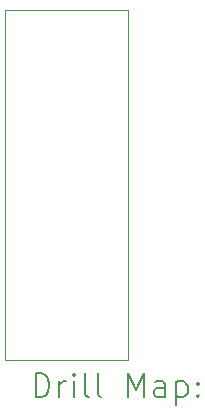
<source format=gbr>
%TF.GenerationSoftware,KiCad,Pcbnew,7.0.9*%
%TF.CreationDate,2024-03-09T17:42:17+01:00*%
%TF.ProjectId,signaux,7369676e-6175-4782-9e6b-696361645f70,rev?*%
%TF.SameCoordinates,Original*%
%TF.FileFunction,Drillmap*%
%TF.FilePolarity,Positive*%
%FSLAX45Y45*%
G04 Gerber Fmt 4.5, Leading zero omitted, Abs format (unit mm)*
G04 Created by KiCad (PCBNEW 7.0.9) date 2024-03-09 17:42:17*
%MOMM*%
%LPD*%
G01*
G04 APERTURE LIST*
%ADD10C,0.100000*%
%ADD11C,0.200000*%
G04 APERTURE END LIST*
D10*
X10172700Y-6413500D02*
X11214100Y-6413500D01*
X11214100Y-9372600D01*
X10172700Y-9372600D01*
X10172700Y-6413500D01*
D11*
X10428477Y-9689084D02*
X10428477Y-9489084D01*
X10428477Y-9489084D02*
X10476096Y-9489084D01*
X10476096Y-9489084D02*
X10504667Y-9498608D01*
X10504667Y-9498608D02*
X10523715Y-9517655D01*
X10523715Y-9517655D02*
X10533239Y-9536703D01*
X10533239Y-9536703D02*
X10542763Y-9574798D01*
X10542763Y-9574798D02*
X10542763Y-9603370D01*
X10542763Y-9603370D02*
X10533239Y-9641465D01*
X10533239Y-9641465D02*
X10523715Y-9660512D01*
X10523715Y-9660512D02*
X10504667Y-9679560D01*
X10504667Y-9679560D02*
X10476096Y-9689084D01*
X10476096Y-9689084D02*
X10428477Y-9689084D01*
X10628477Y-9689084D02*
X10628477Y-9555750D01*
X10628477Y-9593846D02*
X10638001Y-9574798D01*
X10638001Y-9574798D02*
X10647524Y-9565274D01*
X10647524Y-9565274D02*
X10666572Y-9555750D01*
X10666572Y-9555750D02*
X10685620Y-9555750D01*
X10752286Y-9689084D02*
X10752286Y-9555750D01*
X10752286Y-9489084D02*
X10742763Y-9498608D01*
X10742763Y-9498608D02*
X10752286Y-9508131D01*
X10752286Y-9508131D02*
X10761810Y-9498608D01*
X10761810Y-9498608D02*
X10752286Y-9489084D01*
X10752286Y-9489084D02*
X10752286Y-9508131D01*
X10876096Y-9689084D02*
X10857048Y-9679560D01*
X10857048Y-9679560D02*
X10847524Y-9660512D01*
X10847524Y-9660512D02*
X10847524Y-9489084D01*
X10980858Y-9689084D02*
X10961810Y-9679560D01*
X10961810Y-9679560D02*
X10952286Y-9660512D01*
X10952286Y-9660512D02*
X10952286Y-9489084D01*
X11209429Y-9689084D02*
X11209429Y-9489084D01*
X11209429Y-9489084D02*
X11276096Y-9631941D01*
X11276096Y-9631941D02*
X11342762Y-9489084D01*
X11342762Y-9489084D02*
X11342762Y-9689084D01*
X11523715Y-9689084D02*
X11523715Y-9584322D01*
X11523715Y-9584322D02*
X11514191Y-9565274D01*
X11514191Y-9565274D02*
X11495143Y-9555750D01*
X11495143Y-9555750D02*
X11457048Y-9555750D01*
X11457048Y-9555750D02*
X11438001Y-9565274D01*
X11523715Y-9679560D02*
X11504667Y-9689084D01*
X11504667Y-9689084D02*
X11457048Y-9689084D01*
X11457048Y-9689084D02*
X11438001Y-9679560D01*
X11438001Y-9679560D02*
X11428477Y-9660512D01*
X11428477Y-9660512D02*
X11428477Y-9641465D01*
X11428477Y-9641465D02*
X11438001Y-9622417D01*
X11438001Y-9622417D02*
X11457048Y-9612893D01*
X11457048Y-9612893D02*
X11504667Y-9612893D01*
X11504667Y-9612893D02*
X11523715Y-9603370D01*
X11618953Y-9555750D02*
X11618953Y-9755750D01*
X11618953Y-9565274D02*
X11638001Y-9555750D01*
X11638001Y-9555750D02*
X11676096Y-9555750D01*
X11676096Y-9555750D02*
X11695143Y-9565274D01*
X11695143Y-9565274D02*
X11704667Y-9574798D01*
X11704667Y-9574798D02*
X11714191Y-9593846D01*
X11714191Y-9593846D02*
X11714191Y-9650989D01*
X11714191Y-9650989D02*
X11704667Y-9670036D01*
X11704667Y-9670036D02*
X11695143Y-9679560D01*
X11695143Y-9679560D02*
X11676096Y-9689084D01*
X11676096Y-9689084D02*
X11638001Y-9689084D01*
X11638001Y-9689084D02*
X11618953Y-9679560D01*
X11799905Y-9670036D02*
X11809429Y-9679560D01*
X11809429Y-9679560D02*
X11799905Y-9689084D01*
X11799905Y-9689084D02*
X11790382Y-9679560D01*
X11790382Y-9679560D02*
X11799905Y-9670036D01*
X11799905Y-9670036D02*
X11799905Y-9689084D01*
X11799905Y-9565274D02*
X11809429Y-9574798D01*
X11809429Y-9574798D02*
X11799905Y-9584322D01*
X11799905Y-9584322D02*
X11790382Y-9574798D01*
X11790382Y-9574798D02*
X11799905Y-9565274D01*
X11799905Y-9565274D02*
X11799905Y-9584322D01*
M02*

</source>
